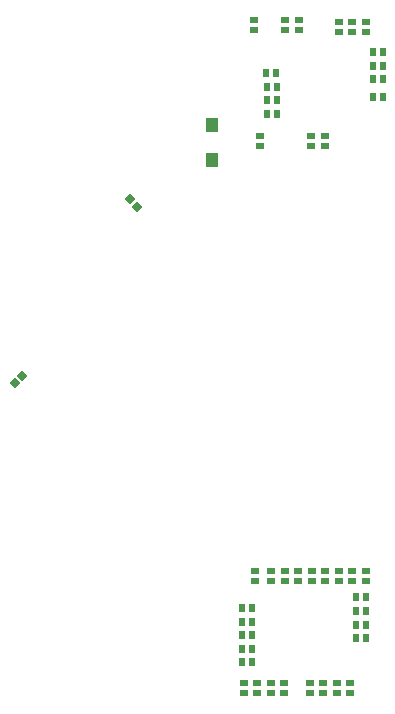
<source format=gbp>
G04*
G04 #@! TF.GenerationSoftware,Altium Limited,Altium Designer,21.1.1 (26)*
G04*
G04 Layer_Color=128*
%FSLAX25Y25*%
%MOIN*%
G70*
G04*
G04 #@! TF.SameCoordinates,FB3CC9E6-9328-4A98-A2C4-C3437A6BD050*
G04*
G04*
G04 #@! TF.FilePolarity,Positive*
G04*
G01*
G75*
%ADD23R,0.02362X0.02559*%
%ADD29R,0.02559X0.02362*%
%ADD42R,0.03937X0.04921*%
G04:AMPARAMS|DCode=138|XSize=23.62mil|YSize=25.59mil|CornerRadius=0mil|HoleSize=0mil|Usage=FLASHONLY|Rotation=45.000|XOffset=0mil|YOffset=0mil|HoleType=Round|Shape=Rectangle|*
%AMROTATEDRECTD138*
4,1,4,0.00070,-0.01740,-0.01740,0.00070,-0.00070,0.01740,0.01740,-0.00070,0.00070,-0.01740,0.0*
%
%ADD138ROTATEDRECTD138*%

G04:AMPARAMS|DCode=139|XSize=23.62mil|YSize=25.59mil|CornerRadius=0mil|HoleSize=0mil|Usage=FLASHONLY|Rotation=315.000|XOffset=0mil|YOffset=0mil|HoleType=Round|Shape=Rectangle|*
%AMROTATEDRECTD139*
4,1,4,-0.01740,-0.00070,0.00070,0.01740,0.01740,0.00070,-0.00070,-0.01740,-0.01740,-0.00070,0.0*
%
%ADD139ROTATEDRECTD139*%

D23*
X295873Y69800D02*
D03*
X292527D02*
D03*
X295873Y74400D02*
D03*
X292527D02*
D03*
X295873Y65300D02*
D03*
X292527D02*
D03*
X292527Y60700D02*
D03*
X295873D02*
D03*
X254527Y52800D02*
D03*
X257873D02*
D03*
X254527Y57300D02*
D03*
X257873D02*
D03*
X254500Y61800D02*
D03*
X257846D02*
D03*
X254527Y66300D02*
D03*
X257873D02*
D03*
X257873Y70800D02*
D03*
X254527D02*
D03*
X262700Y235500D02*
D03*
X266047D02*
D03*
X262700Y240000D02*
D03*
X266047D02*
D03*
X262700Y244500D02*
D03*
X266047D02*
D03*
X262627Y249100D02*
D03*
X265973D02*
D03*
X301373Y256100D02*
D03*
X298027D02*
D03*
X301373Y251600D02*
D03*
X298027D02*
D03*
X301373Y247100D02*
D03*
X298027D02*
D03*
X301373Y241200D02*
D03*
X298027D02*
D03*
D29*
X255000Y42327D02*
D03*
Y45673D02*
D03*
X264000Y42327D02*
D03*
Y45673D02*
D03*
X259500Y42327D02*
D03*
Y45673D02*
D03*
X268500Y45673D02*
D03*
Y42327D02*
D03*
X295800Y83073D02*
D03*
Y79727D02*
D03*
X291300Y83073D02*
D03*
Y79727D02*
D03*
X286800Y83073D02*
D03*
Y79727D02*
D03*
X282300Y83073D02*
D03*
Y79727D02*
D03*
X277800Y83073D02*
D03*
Y79727D02*
D03*
X273200Y83073D02*
D03*
Y79727D02*
D03*
X268700Y83073D02*
D03*
Y79727D02*
D03*
X264200Y83073D02*
D03*
Y79727D02*
D03*
X258900Y79727D02*
D03*
Y83073D02*
D03*
X277100Y42527D02*
D03*
Y45873D02*
D03*
X281600Y42527D02*
D03*
Y45873D02*
D03*
X286100Y42527D02*
D03*
Y45873D02*
D03*
X290600Y45873D02*
D03*
Y42527D02*
D03*
X268800Y263400D02*
D03*
Y266746D02*
D03*
X273500Y263400D02*
D03*
Y266746D02*
D03*
X260400Y224849D02*
D03*
Y228195D02*
D03*
X282100Y224827D02*
D03*
Y228173D02*
D03*
X277600Y224827D02*
D03*
Y228173D02*
D03*
X258500Y266773D02*
D03*
Y263427D02*
D03*
X286800Y266173D02*
D03*
Y262827D02*
D03*
X295795Y266146D02*
D03*
Y262800D02*
D03*
X291295Y266146D02*
D03*
Y262800D02*
D03*
D42*
X244538Y220293D02*
D03*
Y231907D02*
D03*
D138*
X181066Y148059D02*
D03*
X178700Y145693D02*
D03*
D139*
X219483Y204617D02*
D03*
X217117Y206983D02*
D03*
M02*

</source>
